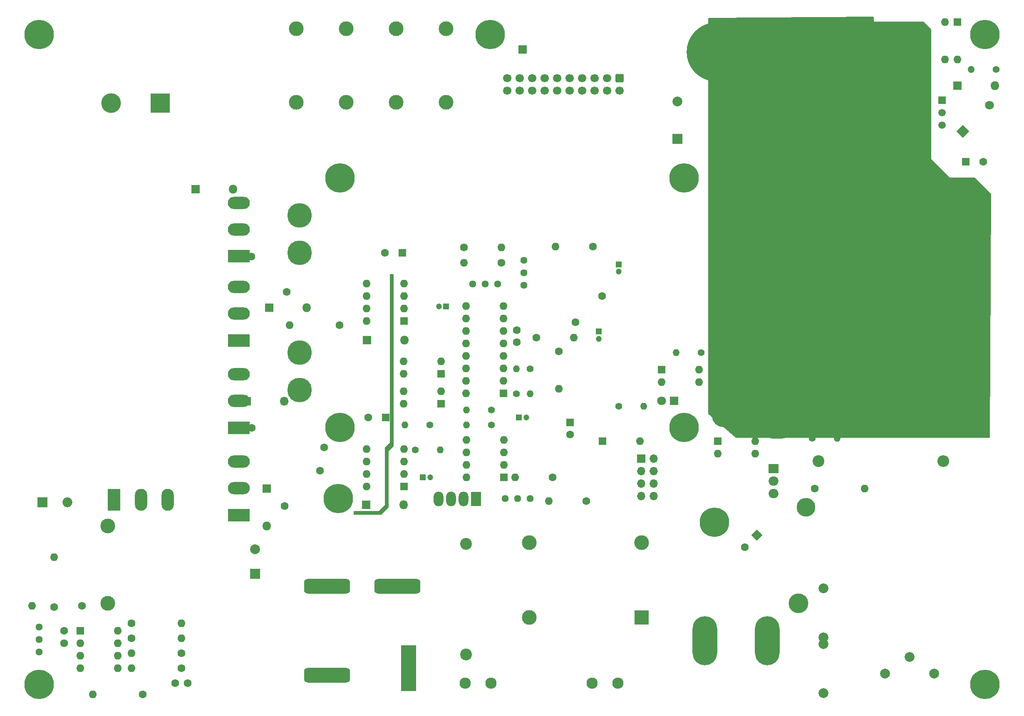
<source format=gbr>
%TF.GenerationSoftware,KiCad,Pcbnew,7.0.9*%
%TF.CreationDate,2024-03-27T11:04:52+01:00*%
%TF.ProjectId,supersmymps v2,73757065-7273-46d7-996d-70732076322e,rev?*%
%TF.SameCoordinates,Original*%
%TF.FileFunction,Soldermask,Bot*%
%TF.FilePolarity,Negative*%
%FSLAX46Y46*%
G04 Gerber Fmt 4.6, Leading zero omitted, Abs format (unit mm)*
G04 Created by KiCad (PCBNEW 7.0.9) date 2024-03-27 11:04:52*
%MOMM*%
%LPD*%
G01*
G04 APERTURE LIST*
G04 Aperture macros list*
%AMRoundRect*
0 Rectangle with rounded corners*
0 $1 Rounding radius*
0 $2 $3 $4 $5 $6 $7 $8 $9 X,Y pos of 4 corners*
0 Add a 4 corners polygon primitive as box body*
4,1,4,$2,$3,$4,$5,$6,$7,$8,$9,$2,$3,0*
0 Add four circle primitives for the rounded corners*
1,1,$1+$1,$2,$3*
1,1,$1+$1,$4,$5*
1,1,$1+$1,$6,$7*
1,1,$1+$1,$8,$9*
0 Add four rect primitives between the rounded corners*
20,1,$1+$1,$2,$3,$4,$5,0*
20,1,$1+$1,$4,$5,$6,$7,0*
20,1,$1+$1,$6,$7,$8,$9,0*
20,1,$1+$1,$8,$9,$2,$3,0*%
%AMHorizOval*
0 Thick line with rounded ends*
0 $1 width*
0 $2 $3 position (X,Y) of the first rounded end (center of the circle)*
0 $4 $5 position (X,Y) of the second rounded end (center of the circle)*
0 Add line between two ends*
20,1,$1,$2,$3,$4,$5,0*
0 Add two circle primitives to create the rounded ends*
1,1,$1,$2,$3*
1,1,$1,$4,$5*%
%AMRotRect*
0 Rectangle, with rotation*
0 The origin of the aperture is its center*
0 $1 length*
0 $2 width*
0 $3 Rotation angle, in degrees counterclockwise*
0 Add horizontal line*
21,1,$1,$2,0,0,$3*%
G04 Aperture macros list end*
%ADD10C,0.150000*%
%ADD11C,1.600000*%
%ADD12O,1.600000X1.600000*%
%ADD13R,4.000000X4.000000*%
%ADD14C,4.000000*%
%ADD15R,1.600000X1.600000*%
%ADD16C,1.400000*%
%ADD17O,1.400000X1.400000*%
%ADD18C,0.800000*%
%ADD19C,6.000000*%
%ADD20C,12.000000*%
%ADD21R,2.000000X2.000000*%
%ADD22C,2.000000*%
%ADD23C,1.440000*%
%ADD24R,1.700000X1.700000*%
%ADD25O,1.700000X1.700000*%
%ADD26RoundRect,0.250000X-0.600000X0.600000X-0.600000X-0.600000X0.600000X-0.600000X0.600000X0.600000X0*%
%ADD27C,1.700000*%
%ADD28HorizOval,1.600000X0.000000X0.000000X0.000000X0.000000X0*%
%ADD29C,2.300000*%
%ADD30C,3.000000*%
%ADD31R,1.800000X1.800000*%
%ADD32O,1.800000X1.800000*%
%ADD33R,4.500000X2.500000*%
%ADD34O,4.500000X2.500000*%
%ADD35C,2.400000*%
%ADD36O,2.400000X2.400000*%
%ADD37R,1.200000X1.200000*%
%ADD38C,1.200000*%
%ADD39HorizOval,1.600000X0.000000X0.000000X0.000000X0.000000X0*%
%ADD40C,3.800000*%
%ADD41R,2.500000X4.500000*%
%ADD42O,2.500000X4.500000*%
%ADD43O,5.000000X10.000000*%
%ADD44RotRect,1.600000X1.600000X225.000000*%
%ADD45R,3.000000X3.000000*%
%ADD46O,2.000000X2.000000*%
%ADD47HorizOval,1.600000X0.000000X0.000000X0.000000X0.000000X0*%
%ADD48C,1.800000*%
%ADD49C,5.000000*%
%ADD50RotRect,1.800000X1.800000X45.000000*%
%ADD51HorizOval,1.800000X0.000000X0.000000X0.000000X0.000000X0*%
%ADD52R,3.010000X9.360000*%
%ADD53RoundRect,0.752500X3.927500X0.752500X-3.927500X0.752500X-3.927500X-0.752500X3.927500X-0.752500X0*%
%ADD54R,1.500000X1.500000*%
%ADD55C,1.500000*%
%ADD56R,2.000000X3.000000*%
%ADD57O,2.000000X3.000000*%
%ADD58R,2.000000X1.905000*%
%ADD59O,2.000000X1.905000*%
G04 APERTURE END LIST*
D10*
X193548000Y-21336000D02*
X203708000Y-21336000D01*
X205232000Y-22860000D01*
X205232000Y-40894000D01*
X205232000Y-49276000D01*
X209042000Y-53086000D01*
X214122000Y-53086000D01*
X217424000Y-56388000D01*
X217170000Y-105918000D01*
X165608000Y-105918000D01*
X160020000Y-101092000D01*
X160020000Y-20574000D01*
X193548000Y-20320000D01*
X193548000Y-21336000D01*
G36*
X193548000Y-21336000D02*
G01*
X203708000Y-21336000D01*
X205232000Y-22860000D01*
X205232000Y-40894000D01*
X205232000Y-49276000D01*
X209042000Y-53086000D01*
X214122000Y-53086000D01*
X217424000Y-56388000D01*
X217170000Y-105918000D01*
X165608000Y-105918000D01*
X160020000Y-101092000D01*
X160020000Y-20574000D01*
X193548000Y-20320000D01*
X193548000Y-21336000D01*
G37*
D11*
%TO.C,R38*%
X129540000Y-88392000D03*
D12*
X129540000Y-96012000D03*
%TD*%
D11*
%TO.C,R2*%
X26858000Y-140462000D03*
D12*
X26858000Y-130302000D03*
%TD*%
D13*
%TO.C,C9*%
X48448000Y-37780000D03*
D14*
X38448000Y-37780000D03*
%TD*%
D15*
%TO.C,U16*%
X150505000Y-92070000D03*
D12*
X150505000Y-94610000D03*
X158125000Y-94610000D03*
X158125000Y-92070000D03*
%TD*%
D11*
%TO.C,C24*%
X186396000Y-50546000D03*
X181396000Y-50546000D03*
%TD*%
D16*
%TO.C,R19*%
X115824000Y-100330000D03*
D17*
X110744000Y-100330000D03*
%TD*%
D18*
%TO.C,REF\u002A\u002A*%
X213965000Y-156144000D03*
X214624010Y-154553010D03*
X214624010Y-157734990D03*
X216215000Y-153894000D03*
D19*
X216215000Y-156144000D03*
D18*
X216215000Y-158394000D03*
X217805990Y-154553010D03*
X217805990Y-157734990D03*
X218465000Y-156144000D03*
%TD*%
D16*
%TO.C,R21*%
X100330000Y-108458000D03*
D17*
X105410000Y-108458000D03*
%TD*%
D15*
%TO.C,C27*%
X212400000Y-86360000D03*
D11*
X215900000Y-86360000D03*
%TD*%
D16*
%TO.C,R39*%
X173736000Y-89154000D03*
D17*
X168656000Y-89154000D03*
%TD*%
D15*
%TO.C,C28*%
X197104000Y-89279349D03*
D11*
X197104000Y-92779349D03*
%TD*%
D20*
%TO.C,H5*%
X161544000Y-27432000D03*
%TD*%
D16*
%TO.C,R35*%
X141732000Y-99568000D03*
D17*
X146812000Y-99568000D03*
%TD*%
D21*
%TO.C,BZ1*%
X153670000Y-45085000D03*
D22*
X153670000Y-37485000D03*
%TD*%
D23*
%TO.C,RV4*%
X118618000Y-118364000D03*
X121158000Y-118364000D03*
X123698000Y-118364000D03*
%TD*%
D16*
%TO.C,R36*%
X123698000Y-91948000D03*
D17*
X123698000Y-97028000D03*
%TD*%
D24*
%TO.C,J2*%
X146304000Y-110236000D03*
D25*
X148844000Y-110236000D03*
X146304000Y-112776000D03*
X148844000Y-112776000D03*
X146304000Y-115316000D03*
X148844000Y-115316000D03*
X146304000Y-117856000D03*
X148844000Y-117856000D03*
%TD*%
D15*
%TO.C,C23*%
X173355000Y-41910000D03*
D11*
X169855000Y-41910000D03*
%TD*%
D26*
%TO.C,J3*%
X141920000Y-32766000D03*
D27*
X141920000Y-35306000D03*
X139380000Y-32766000D03*
X139380000Y-35306000D03*
X136840000Y-32766000D03*
X136840000Y-35306000D03*
X134300000Y-32766000D03*
X134300000Y-35306000D03*
X131760000Y-32766000D03*
X131760000Y-35306000D03*
X129220000Y-32766000D03*
X129220000Y-35306000D03*
X126680000Y-32766000D03*
X126680000Y-35306000D03*
X124140000Y-32766000D03*
X124140000Y-35306000D03*
X121600000Y-32766000D03*
X121600000Y-35306000D03*
X119060000Y-32766000D03*
X119060000Y-35306000D03*
%TD*%
D11*
%TO.C,R26*%
X80960000Y-112673898D03*
D28*
X73775795Y-119858103D03*
%TD*%
D11*
%TO.C,C7*%
X120965000Y-86508000D03*
X120965000Y-84008000D03*
%TD*%
D24*
%TO.C,J5*%
X122174000Y-26924000D03*
%TD*%
D29*
%TO.C,F1*%
X141545000Y-155890000D03*
X136345000Y-155890000D03*
X115745000Y-155890000D03*
X110545000Y-155890000D03*
%TD*%
D15*
%TO.C,U12*%
X210698000Y-21346000D03*
D12*
X208158000Y-21346000D03*
X208158000Y-28966000D03*
X210698000Y-28966000D03*
%TD*%
D18*
%TO.C,REF\u002A\u002A*%
X213965000Y-23846000D03*
X214624010Y-22255010D03*
X214624010Y-25436990D03*
X216215000Y-21596000D03*
D19*
X216215000Y-23846000D03*
D18*
X216215000Y-26096000D03*
X217805990Y-22255010D03*
X217805990Y-25436990D03*
X218465000Y-23846000D03*
%TD*%
D30*
%TO.C,C17*%
X76134000Y-22660000D03*
X76134000Y-37660000D03*
%TD*%
D31*
%TO.C,D9*%
X55626000Y-55372000D03*
D32*
X63246000Y-55372000D03*
%TD*%
D11*
%TO.C,R34*%
X138330077Y-77061923D03*
D28*
X132941923Y-82450077D03*
%TD*%
D11*
%TO.C,R3*%
X124968000Y-85598000D03*
D12*
X132588000Y-85598000D03*
%TD*%
D33*
%TO.C,Q3*%
X64450000Y-86145000D03*
D34*
X64450000Y-80695000D03*
X64450000Y-75245000D03*
%TD*%
D35*
%TO.C,R32*%
X182372000Y-110744000D03*
D36*
X207772000Y-110744000D03*
%TD*%
D11*
%TO.C,C2*%
X28890000Y-147788000D03*
X28890000Y-145288000D03*
%TD*%
D37*
%TO.C,C11*%
X101854000Y-114046000D03*
D38*
X103354000Y-114046000D03*
%TD*%
D11*
%TO.C,R28*%
X204470000Y-34925000D03*
D12*
X204470000Y-45085000D03*
%TD*%
D11*
%TO.C,C3*%
X51516000Y-155956000D03*
X54016000Y-155956000D03*
%TD*%
D37*
%TO.C,C1*%
X121436000Y-101854000D03*
D38*
X122936000Y-101854000D03*
%TD*%
D15*
%TO.C,U8*%
X98095000Y-82220000D03*
D12*
X98095000Y-79680000D03*
X98095000Y-77140000D03*
X98095000Y-74600000D03*
X90475000Y-74600000D03*
X90475000Y-77140000D03*
X90475000Y-79680000D03*
X90475000Y-82220000D03*
%TD*%
D11*
%TO.C,R6*%
X110236000Y-67183000D03*
D12*
X117856000Y-67183000D03*
%TD*%
D33*
%TO.C,Q4*%
X64450000Y-103925000D03*
D34*
X64450000Y-98475000D03*
X64450000Y-93025000D03*
%TD*%
D11*
%TO.C,R8*%
X42606000Y-143698000D03*
D12*
X52766000Y-143698000D03*
%TD*%
D15*
%TO.C,C26*%
X212400000Y-58928000D03*
D11*
X215900000Y-58928000D03*
%TD*%
D15*
%TO.C,U2*%
X32202000Y-145232000D03*
D12*
X32202000Y-147772000D03*
X32202000Y-150312000D03*
X32202000Y-152852000D03*
X39822000Y-152852000D03*
X39822000Y-150312000D03*
X39822000Y-147772000D03*
X39822000Y-145232000D03*
%TD*%
D15*
%TO.C,C13*%
X94296651Y-101788000D03*
D11*
X90796651Y-101788000D03*
%TD*%
%TO.C,R25*%
X81782355Y-107890201D03*
D39*
X67061645Y-103945799D03*
%TD*%
D18*
%TO.C,REF\u002A\u002A*%
X113320000Y-23876000D03*
X113979010Y-22285010D03*
X113979010Y-25466990D03*
X115570000Y-21626000D03*
D19*
X115570000Y-23876000D03*
D18*
X115570000Y-26126000D03*
X117160990Y-22285010D03*
X117160990Y-25466990D03*
X117820000Y-23876000D03*
%TD*%
D15*
%TO.C,C20*%
X212400000Y-68072000D03*
D11*
X215900000Y-68072000D03*
%TD*%
D40*
%TO.C,REF\u002A\u002A*%
X179832000Y-66294000D03*
%TD*%
D14*
%TO.C,L5*%
X192278000Y-83198000D03*
X192278000Y-75298000D03*
%TD*%
D15*
%TO.C,D2*%
X138430000Y-106680000D03*
D12*
X146050000Y-106680000D03*
%TD*%
D15*
%TO.C,C29*%
X212400000Y-49784000D03*
D11*
X215900000Y-49784000D03*
%TD*%
D15*
%TO.C,U5*%
X105588000Y-92903000D03*
D12*
X105588000Y-90363000D03*
X97968000Y-90363000D03*
X97968000Y-92903000D03*
%TD*%
D14*
%TO.C,L3*%
X197612000Y-59830000D03*
X197612000Y-51930000D03*
%TD*%
D23*
%TO.C,RV2*%
X122428000Y-74930000D03*
X122428000Y-72390000D03*
X122428000Y-69850000D03*
%TD*%
D15*
%TO.C,C19*%
X212400000Y-77216000D03*
D11*
X215900000Y-77216000D03*
%TD*%
D15*
%TO.C,C21*%
X131826000Y-102830621D03*
D11*
X131826000Y-105330621D03*
%TD*%
%TO.C,R4*%
X128270000Y-114046000D03*
D12*
X120650000Y-114046000D03*
%TD*%
D16*
%TO.C,R22*%
X103312000Y-103312000D03*
D17*
X98232000Y-103312000D03*
%TD*%
D33*
%TO.C,Q5*%
X64450000Y-121705000D03*
D34*
X64450000Y-116255000D03*
X64450000Y-110805000D03*
%TD*%
D41*
%TO.C,Q7*%
X203316000Y-28067000D03*
D42*
X197866000Y-28067000D03*
X192416000Y-28067000D03*
%TD*%
D43*
%TO.C,J1*%
X159258000Y-147320000D03*
X171958000Y-147320000D03*
D14*
X178308000Y-139700000D03*
%TD*%
D23*
%TO.C,RV3*%
X112014000Y-74676000D03*
X114554000Y-74676000D03*
X117094000Y-74676000D03*
%TD*%
%TO.C,RV1*%
X23810000Y-149606000D03*
X23810000Y-147066000D03*
X23810000Y-144526000D03*
%TD*%
D15*
%TO.C,U14*%
X118354000Y-114036000D03*
D12*
X118354000Y-111496000D03*
X118354000Y-108956000D03*
X118354000Y-106416000D03*
X110734000Y-106416000D03*
X110734000Y-108956000D03*
X110734000Y-111496000D03*
X110734000Y-114036000D03*
%TD*%
D14*
%TO.C,L2*%
X197612000Y-71514000D03*
X197612000Y-63614000D03*
%TD*%
D16*
%TO.C,R40*%
X166370000Y-44196000D03*
D17*
X161290000Y-44196000D03*
%TD*%
D30*
%TO.C,C14*%
X106614000Y-22660000D03*
X106614000Y-37660000D03*
%TD*%
D11*
%TO.C,R5*%
X42606000Y-146746000D03*
D12*
X52766000Y-146746000D03*
%TD*%
D18*
%TO.C,REF\u002A\u002A*%
X82459000Y-118364000D03*
X83118010Y-116773010D03*
X83118010Y-119954990D03*
X84709000Y-116114000D03*
D19*
X84709000Y-118364000D03*
D18*
X84709000Y-120614000D03*
X86299990Y-116773010D03*
X86299990Y-119954990D03*
X86959000Y-118364000D03*
%TD*%
D15*
%TO.C,U13*%
X161935000Y-106675000D03*
D12*
X161935000Y-109215000D03*
X169555000Y-109215000D03*
X169555000Y-106675000D03*
%TD*%
D16*
%TO.C,R29*%
X218567000Y-30988000D03*
D17*
X213487000Y-30988000D03*
%TD*%
D11*
%TO.C,R14*%
X44892000Y-158242000D03*
D12*
X34732000Y-158242000D03*
%TD*%
D20*
%TO.C,H4*%
X183134000Y-27559000D03*
%TD*%
D11*
%TO.C,R1*%
X32512000Y-140208000D03*
D12*
X22352000Y-140208000D03*
%TD*%
D44*
%TO.C,C18*%
X169860874Y-125795126D03*
D11*
X167386000Y-128270000D03*
%TD*%
D40*
%TO.C,*%
X179832000Y-120142000D03*
%TD*%
D15*
%TO.C,C25*%
X173355000Y-33020000D03*
D11*
X169855000Y-33020000D03*
%TD*%
D33*
%TO.C,Q10*%
X173990000Y-50038000D03*
D34*
X173990000Y-55488000D03*
X173990000Y-60938000D03*
%TD*%
D33*
%TO.C,Q9*%
X173990000Y-93980000D03*
D34*
X173990000Y-99430000D03*
X173990000Y-104880000D03*
%TD*%
D41*
%TO.C,Q1*%
X39072000Y-118552000D03*
D42*
X44522000Y-118552000D03*
X49972000Y-118552000D03*
%TD*%
D45*
%TO.C,FL1*%
X146365000Y-142550000D03*
D30*
X146365000Y-127310000D03*
X123505000Y-127310000D03*
X123505000Y-142550000D03*
%TD*%
D11*
%TO.C,R13*%
X52766000Y-152842000D03*
D12*
X42606000Y-152842000D03*
%TD*%
D16*
%TO.C,R33*%
X204343000Y-23114000D03*
D17*
X199263000Y-23114000D03*
%TD*%
D11*
%TO.C,R7*%
X135128000Y-118872000D03*
D12*
X127508000Y-118872000D03*
%TD*%
D21*
%TO.C,C8*%
X67752000Y-133685677D03*
D22*
X67752000Y-128685677D03*
%TD*%
D16*
%TO.C,R37*%
X181102000Y-54356000D03*
D17*
X186182000Y-54356000D03*
%TD*%
D15*
%TO.C,U4*%
X118288000Y-96947000D03*
D12*
X118288000Y-94407000D03*
X118288000Y-91867000D03*
X118288000Y-89327000D03*
X118288000Y-86787000D03*
X118288000Y-84247000D03*
X118288000Y-81707000D03*
X118288000Y-79167000D03*
X110668000Y-79167000D03*
X110668000Y-81707000D03*
X110668000Y-84247000D03*
X110668000Y-86787000D03*
X110668000Y-89327000D03*
X110668000Y-91867000D03*
X110668000Y-94407000D03*
X110668000Y-96947000D03*
%TD*%
D11*
%TO.C,R24*%
X84897000Y-82992000D03*
D12*
X74737000Y-82992000D03*
%TD*%
D11*
%TO.C,R31*%
X181610000Y-116332000D03*
D12*
X191770000Y-116332000D03*
%TD*%
D11*
%TO.C,R9*%
X117856000Y-70358000D03*
D12*
X110236000Y-70358000D03*
%TD*%
D31*
%TO.C,D11*%
X210693000Y-34290000D03*
D32*
X218313000Y-34290000D03*
%TD*%
D31*
%TO.C,D5*%
X90358000Y-119568000D03*
D32*
X97978000Y-119568000D03*
%TD*%
D15*
%TO.C,U6*%
X105588000Y-98999000D03*
D12*
X105588000Y-96459000D03*
X97968000Y-96459000D03*
X97968000Y-98999000D03*
%TD*%
D11*
%TO.C,R11*%
X136525000Y-67056000D03*
D12*
X128905000Y-67056000D03*
%TD*%
D15*
%TO.C,C12*%
X97697822Y-68326000D03*
D11*
X94197822Y-68326000D03*
%TD*%
D22*
%TO.C,C5*%
X183388000Y-158000000D03*
X183388000Y-148000000D03*
%TD*%
D16*
%TO.C,R30*%
X181102000Y-106045000D03*
D17*
X186182000Y-106045000D03*
%TD*%
D22*
%TO.C,C6*%
X183373476Y-136608965D03*
X183373476Y-146608965D03*
%TD*%
D31*
%TO.C,D13*%
X70612000Y-79502000D03*
D32*
X78232000Y-79502000D03*
%TD*%
D15*
%TO.C,U9*%
X98095000Y-115875000D03*
D12*
X98095000Y-113335000D03*
X98095000Y-110795000D03*
X98095000Y-108255000D03*
X90475000Y-108255000D03*
X90475000Y-110795000D03*
X90475000Y-113335000D03*
X90475000Y-115875000D03*
%TD*%
D37*
%TO.C,C31*%
X137668000Y-84304000D03*
D38*
X137668000Y-85804000D03*
%TD*%
D35*
%TO.C,C4*%
X110678000Y-150048000D03*
X110678000Y-127548000D03*
%TD*%
D15*
%TO.C,C22*%
X206248000Y-89279349D03*
D11*
X206248000Y-92779349D03*
%TD*%
D30*
%TO.C,C16*%
X86294000Y-22660000D03*
X86294000Y-37660000D03*
%TD*%
D16*
%TO.C,R10*%
X120904000Y-97028000D03*
D17*
X120904000Y-91948000D03*
%TD*%
D21*
%TO.C,D3*%
X24445000Y-119060000D03*
D46*
X29525000Y-119060000D03*
%TD*%
D11*
%TO.C,R23*%
X74168000Y-76236103D03*
D47*
X66983795Y-69051898D03*
%TD*%
D31*
%TO.C,D8*%
X153035000Y-98425000D03*
D48*
X150495000Y-98425000D03*
%TD*%
D30*
%TO.C,C15*%
X96454000Y-22660000D03*
X96454000Y-37660000D03*
%TD*%
D31*
%TO.C,D4*%
X90485000Y-86040000D03*
D32*
X98105000Y-86040000D03*
%TD*%
D18*
%TO.C,REF\u002A\u002A*%
X21560000Y-23810000D03*
X22219010Y-22219010D03*
X22219010Y-25400990D03*
X23810000Y-21560000D03*
D19*
X23810000Y-23810000D03*
D18*
X23810000Y-26060000D03*
X25400990Y-22219010D03*
X25400990Y-25400990D03*
X26060000Y-23810000D03*
%TD*%
D37*
%TO.C,C32*%
X141732000Y-70636000D03*
D38*
X141732000Y-72136000D03*
%TD*%
D22*
%TO.C,J4*%
X195895000Y-153985000D03*
X200895000Y-150625000D03*
X205895000Y-153985000D03*
%TD*%
D19*
%TO.C,T1*%
X85000000Y-53020000D03*
X85000000Y-103820000D03*
X155000000Y-53020000D03*
X155000000Y-103820000D03*
D49*
X76820000Y-60640000D03*
X76820000Y-68260000D03*
X76820000Y-88580000D03*
X76820000Y-96200000D03*
X163180000Y-55560000D03*
X163180000Y-60640000D03*
X163180000Y-70800000D03*
X163180000Y-75880000D03*
X163180000Y-80960000D03*
X163180000Y-86040000D03*
X163180000Y-96200000D03*
X163180000Y-101280000D03*
%TD*%
D30*
%TO.C,L1*%
X37780000Y-139700000D03*
X37780000Y-123900000D03*
%TD*%
D18*
%TO.C,REF\u002A\u002A*%
X21560000Y-156144000D03*
X22219010Y-154553010D03*
X22219010Y-157734990D03*
X23810000Y-153894000D03*
D19*
X23810000Y-156144000D03*
D18*
X23810000Y-158394000D03*
X25400990Y-154553010D03*
X25400990Y-157734990D03*
X26060000Y-156144000D03*
%TD*%
D50*
%TO.C,D12*%
X211808924Y-43588077D03*
D51*
X217197078Y-38199923D03*
%TD*%
D31*
%TO.C,D15*%
X70104000Y-116332000D03*
D32*
X70104000Y-123952000D03*
%TD*%
D52*
%TO.C,D1*%
X98994000Y-152842000D03*
D53*
X82394000Y-154342000D03*
X82394000Y-136242000D03*
X96694000Y-136242000D03*
%TD*%
D37*
%TO.C,C10*%
X106640599Y-79248000D03*
D38*
X105140599Y-79248000D03*
%TD*%
D16*
%TO.C,R20*%
X115824000Y-103378000D03*
D17*
X110744000Y-103378000D03*
%TD*%
D16*
%TO.C,R41*%
X158496000Y-88646000D03*
D17*
X153416000Y-88646000D03*
%TD*%
D11*
%TO.C,R12*%
X52766000Y-149794000D03*
D12*
X42606000Y-149794000D03*
%TD*%
D15*
%TO.C,U15*%
X161925000Y-47620000D03*
D12*
X161925000Y-50160000D03*
X169545000Y-50160000D03*
X169545000Y-47620000D03*
%TD*%
D54*
%TO.C,Q8*%
X207518000Y-37211000D03*
D55*
X207518000Y-39751000D03*
X207518000Y-42291000D03*
%TD*%
D14*
%TO.C,L4*%
X192278000Y-46863000D03*
X192278000Y-38963000D03*
%TD*%
D33*
%TO.C,Q2*%
X64450000Y-69000000D03*
D34*
X64450000Y-63550000D03*
X64450000Y-58100000D03*
%TD*%
D31*
%TO.C,D14*%
X66040000Y-98552000D03*
D32*
X73660000Y-98552000D03*
%TD*%
D18*
%TO.C,REF\u002A\u002A*%
X159010000Y-123190000D03*
X159669010Y-121599010D03*
X159669010Y-124780990D03*
X161260000Y-120940000D03*
D19*
X161260000Y-123190000D03*
D18*
X161260000Y-125440000D03*
X162850990Y-121599010D03*
X162850990Y-124780990D03*
X163510000Y-123190000D03*
%TD*%
D56*
%TO.C,U1*%
X112710000Y-118425000D03*
D57*
X110170000Y-118425000D03*
X107630000Y-118425000D03*
X105090000Y-118425000D03*
%TD*%
D58*
%TO.C,Q6*%
X173228000Y-112268000D03*
D59*
X173228000Y-114808000D03*
X173228000Y-117348000D03*
%TD*%
G36*
X95889039Y-72663685D02*
G01*
X95934794Y-72716489D01*
X95946000Y-72768000D01*
X95946000Y-107644638D01*
X95926315Y-107711677D01*
X95909681Y-107732319D01*
X94930000Y-108711999D01*
X94930000Y-120090638D01*
X94910315Y-120157677D01*
X94893681Y-120178319D01*
X93442319Y-121629681D01*
X93380996Y-121663166D01*
X93354638Y-121666000D01*
X87942000Y-121666000D01*
X87874961Y-121646315D01*
X87829206Y-121593511D01*
X87818000Y-121542000D01*
X87818000Y-121028000D01*
X87837685Y-120960961D01*
X87890489Y-120915206D01*
X87942000Y-120904000D01*
X92898000Y-120904000D01*
X92898000Y-120903999D01*
X94168000Y-119633999D01*
X94168000Y-108001362D01*
X94187685Y-107934323D01*
X94204319Y-107913681D01*
X95183999Y-106934000D01*
X95184000Y-106933999D01*
X95184000Y-72768000D01*
X95203685Y-72700961D01*
X95256489Y-72655206D01*
X95308000Y-72644000D01*
X95822000Y-72644000D01*
X95889039Y-72663685D01*
G37*
M02*

</source>
